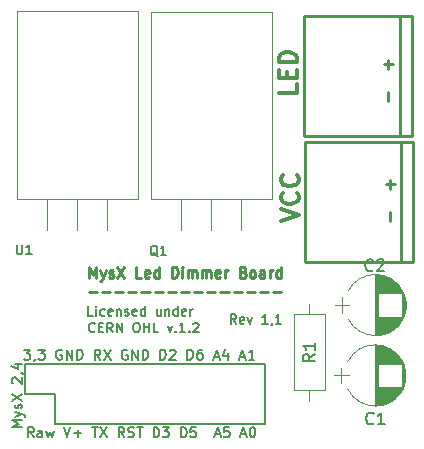
<source format=gbr>
G04 #@! TF.FileFunction,Legend,Top*
%FSLAX46Y46*%
G04 Gerber Fmt 4.6, Leading zero omitted, Abs format (unit mm)*
G04 Created by KiCad (PCBNEW 4.0.4-stable) date 04/11/18 19:40:55*
%MOMM*%
%LPD*%
G01*
G04 APERTURE LIST*
%ADD10C,0.100000*%
%ADD11C,0.200000*%
%ADD12C,0.225000*%
%ADD13C,0.250000*%
%ADD14C,0.300000*%
%ADD15C,0.175000*%
%ADD16C,0.150000*%
%ADD17C,0.120000*%
%ADD18C,0.254000*%
%ADD19C,0.304800*%
G04 APERTURE END LIST*
D10*
D11*
X143852857Y-101691905D02*
X143586190Y-101310952D01*
X143395714Y-101691905D02*
X143395714Y-100891905D01*
X143700476Y-100891905D01*
X143776667Y-100930000D01*
X143814762Y-100968095D01*
X143852857Y-101044286D01*
X143852857Y-101158571D01*
X143814762Y-101234762D01*
X143776667Y-101272857D01*
X143700476Y-101310952D01*
X143395714Y-101310952D01*
X144500476Y-101653810D02*
X144424286Y-101691905D01*
X144271905Y-101691905D01*
X144195714Y-101653810D01*
X144157619Y-101577619D01*
X144157619Y-101272857D01*
X144195714Y-101196667D01*
X144271905Y-101158571D01*
X144424286Y-101158571D01*
X144500476Y-101196667D01*
X144538571Y-101272857D01*
X144538571Y-101349048D01*
X144157619Y-101425238D01*
X144805238Y-101158571D02*
X144995714Y-101691905D01*
X145186190Y-101158571D01*
X146519524Y-101691905D02*
X146062381Y-101691905D01*
X146290952Y-101691905D02*
X146290952Y-100891905D01*
X146214762Y-101006190D01*
X146138571Y-101082381D01*
X146062381Y-101120476D01*
X146900476Y-101653810D02*
X146900476Y-101691905D01*
X146862381Y-101768095D01*
X146824286Y-101806190D01*
X147662381Y-101691905D02*
X147205238Y-101691905D01*
X147433809Y-101691905D02*
X147433809Y-100891905D01*
X147357619Y-101006190D01*
X147281428Y-101082381D01*
X147205238Y-101120476D01*
X131725238Y-100991905D02*
X131344285Y-100991905D01*
X131344285Y-100191905D01*
X131991904Y-100991905D02*
X131991904Y-100458571D01*
X131991904Y-100191905D02*
X131953809Y-100230000D01*
X131991904Y-100268095D01*
X132029999Y-100230000D01*
X131991904Y-100191905D01*
X131991904Y-100268095D01*
X132715713Y-100953810D02*
X132639523Y-100991905D01*
X132487142Y-100991905D01*
X132410951Y-100953810D01*
X132372856Y-100915714D01*
X132334761Y-100839524D01*
X132334761Y-100610952D01*
X132372856Y-100534762D01*
X132410951Y-100496667D01*
X132487142Y-100458571D01*
X132639523Y-100458571D01*
X132715713Y-100496667D01*
X133363332Y-100953810D02*
X133287142Y-100991905D01*
X133134761Y-100991905D01*
X133058570Y-100953810D01*
X133020475Y-100877619D01*
X133020475Y-100572857D01*
X133058570Y-100496667D01*
X133134761Y-100458571D01*
X133287142Y-100458571D01*
X133363332Y-100496667D01*
X133401427Y-100572857D01*
X133401427Y-100649048D01*
X133020475Y-100725238D01*
X133744284Y-100458571D02*
X133744284Y-100991905D01*
X133744284Y-100534762D02*
X133782379Y-100496667D01*
X133858570Y-100458571D01*
X133972856Y-100458571D01*
X134049046Y-100496667D01*
X134087141Y-100572857D01*
X134087141Y-100991905D01*
X134429999Y-100953810D02*
X134506189Y-100991905D01*
X134658570Y-100991905D01*
X134734761Y-100953810D01*
X134772856Y-100877619D01*
X134772856Y-100839524D01*
X134734761Y-100763333D01*
X134658570Y-100725238D01*
X134544285Y-100725238D01*
X134468094Y-100687143D01*
X134429999Y-100610952D01*
X134429999Y-100572857D01*
X134468094Y-100496667D01*
X134544285Y-100458571D01*
X134658570Y-100458571D01*
X134734761Y-100496667D01*
X135420475Y-100953810D02*
X135344285Y-100991905D01*
X135191904Y-100991905D01*
X135115713Y-100953810D01*
X135077618Y-100877619D01*
X135077618Y-100572857D01*
X135115713Y-100496667D01*
X135191904Y-100458571D01*
X135344285Y-100458571D01*
X135420475Y-100496667D01*
X135458570Y-100572857D01*
X135458570Y-100649048D01*
X135077618Y-100725238D01*
X136144284Y-100991905D02*
X136144284Y-100191905D01*
X136144284Y-100953810D02*
X136068094Y-100991905D01*
X135915713Y-100991905D01*
X135839522Y-100953810D01*
X135801427Y-100915714D01*
X135763332Y-100839524D01*
X135763332Y-100610952D01*
X135801427Y-100534762D01*
X135839522Y-100496667D01*
X135915713Y-100458571D01*
X136068094Y-100458571D01*
X136144284Y-100496667D01*
X137477618Y-100458571D02*
X137477618Y-100991905D01*
X137134761Y-100458571D02*
X137134761Y-100877619D01*
X137172856Y-100953810D01*
X137249047Y-100991905D01*
X137363333Y-100991905D01*
X137439523Y-100953810D01*
X137477618Y-100915714D01*
X137858571Y-100458571D02*
X137858571Y-100991905D01*
X137858571Y-100534762D02*
X137896666Y-100496667D01*
X137972857Y-100458571D01*
X138087143Y-100458571D01*
X138163333Y-100496667D01*
X138201428Y-100572857D01*
X138201428Y-100991905D01*
X138925238Y-100991905D02*
X138925238Y-100191905D01*
X138925238Y-100953810D02*
X138849048Y-100991905D01*
X138696667Y-100991905D01*
X138620476Y-100953810D01*
X138582381Y-100915714D01*
X138544286Y-100839524D01*
X138544286Y-100610952D01*
X138582381Y-100534762D01*
X138620476Y-100496667D01*
X138696667Y-100458571D01*
X138849048Y-100458571D01*
X138925238Y-100496667D01*
X139610953Y-100953810D02*
X139534763Y-100991905D01*
X139382382Y-100991905D01*
X139306191Y-100953810D01*
X139268096Y-100877619D01*
X139268096Y-100572857D01*
X139306191Y-100496667D01*
X139382382Y-100458571D01*
X139534763Y-100458571D01*
X139610953Y-100496667D01*
X139649048Y-100572857D01*
X139649048Y-100649048D01*
X139268096Y-100725238D01*
X139991905Y-100991905D02*
X139991905Y-100458571D01*
X139991905Y-100610952D02*
X140030000Y-100534762D01*
X140068096Y-100496667D01*
X140144286Y-100458571D01*
X140220477Y-100458571D01*
X131877619Y-102315714D02*
X131839524Y-102353810D01*
X131725238Y-102391905D01*
X131649048Y-102391905D01*
X131534762Y-102353810D01*
X131458571Y-102277619D01*
X131420476Y-102201429D01*
X131382381Y-102049048D01*
X131382381Y-101934762D01*
X131420476Y-101782381D01*
X131458571Y-101706190D01*
X131534762Y-101630000D01*
X131649048Y-101591905D01*
X131725238Y-101591905D01*
X131839524Y-101630000D01*
X131877619Y-101668095D01*
X132220476Y-101972857D02*
X132487143Y-101972857D01*
X132601429Y-102391905D02*
X132220476Y-102391905D01*
X132220476Y-101591905D01*
X132601429Y-101591905D01*
X133401429Y-102391905D02*
X133134762Y-102010952D01*
X132944286Y-102391905D02*
X132944286Y-101591905D01*
X133249048Y-101591905D01*
X133325239Y-101630000D01*
X133363334Y-101668095D01*
X133401429Y-101744286D01*
X133401429Y-101858571D01*
X133363334Y-101934762D01*
X133325239Y-101972857D01*
X133249048Y-102010952D01*
X132944286Y-102010952D01*
X133744286Y-102391905D02*
X133744286Y-101591905D01*
X134201429Y-102391905D01*
X134201429Y-101591905D01*
X135344286Y-101591905D02*
X135496667Y-101591905D01*
X135572858Y-101630000D01*
X135649048Y-101706190D01*
X135687143Y-101858571D01*
X135687143Y-102125238D01*
X135649048Y-102277619D01*
X135572858Y-102353810D01*
X135496667Y-102391905D01*
X135344286Y-102391905D01*
X135268096Y-102353810D01*
X135191905Y-102277619D01*
X135153810Y-102125238D01*
X135153810Y-101858571D01*
X135191905Y-101706190D01*
X135268096Y-101630000D01*
X135344286Y-101591905D01*
X136030000Y-102391905D02*
X136030000Y-101591905D01*
X136030000Y-101972857D02*
X136487143Y-101972857D01*
X136487143Y-102391905D02*
X136487143Y-101591905D01*
X137249048Y-102391905D02*
X136868095Y-102391905D01*
X136868095Y-101591905D01*
X138049048Y-101858571D02*
X138239524Y-102391905D01*
X138430000Y-101858571D01*
X138734762Y-102315714D02*
X138772857Y-102353810D01*
X138734762Y-102391905D01*
X138696667Y-102353810D01*
X138734762Y-102315714D01*
X138734762Y-102391905D01*
X139534762Y-102391905D02*
X139077619Y-102391905D01*
X139306190Y-102391905D02*
X139306190Y-101591905D01*
X139230000Y-101706190D01*
X139153809Y-101782381D01*
X139077619Y-101820476D01*
X139877619Y-102315714D02*
X139915714Y-102353810D01*
X139877619Y-102391905D01*
X139839524Y-102353810D01*
X139877619Y-102315714D01*
X139877619Y-102391905D01*
X140220476Y-101668095D02*
X140258571Y-101630000D01*
X140334762Y-101591905D01*
X140525238Y-101591905D01*
X140601428Y-101630000D01*
X140639524Y-101668095D01*
X140677619Y-101744286D01*
X140677619Y-101820476D01*
X140639524Y-101934762D01*
X140182381Y-102391905D01*
X140677619Y-102391905D01*
D12*
X131430001Y-97779643D02*
X131430001Y-96879643D01*
X131730001Y-97522500D01*
X132030001Y-96879643D01*
X132030001Y-97779643D01*
X132372857Y-97179643D02*
X132587143Y-97779643D01*
X132801429Y-97179643D02*
X132587143Y-97779643D01*
X132501429Y-97993929D01*
X132458572Y-98036786D01*
X132372857Y-98079643D01*
X133101429Y-97736786D02*
X133187143Y-97779643D01*
X133358571Y-97779643D01*
X133444286Y-97736786D01*
X133487143Y-97651071D01*
X133487143Y-97608214D01*
X133444286Y-97522500D01*
X133358571Y-97479643D01*
X133230000Y-97479643D01*
X133144286Y-97436786D01*
X133101429Y-97351071D01*
X133101429Y-97308214D01*
X133144286Y-97222500D01*
X133230000Y-97179643D01*
X133358571Y-97179643D01*
X133444286Y-97222500D01*
X133787142Y-96879643D02*
X134387142Y-97779643D01*
X134387142Y-96879643D02*
X133787142Y-97779643D01*
X135844285Y-97779643D02*
X135415714Y-97779643D01*
X135415714Y-96879643D01*
X136487142Y-97736786D02*
X136401428Y-97779643D01*
X136229999Y-97779643D01*
X136144285Y-97736786D01*
X136101428Y-97651071D01*
X136101428Y-97308214D01*
X136144285Y-97222500D01*
X136229999Y-97179643D01*
X136401428Y-97179643D01*
X136487142Y-97222500D01*
X136529999Y-97308214D01*
X136529999Y-97393929D01*
X136101428Y-97479643D01*
X137301428Y-97779643D02*
X137301428Y-96879643D01*
X137301428Y-97736786D02*
X137215714Y-97779643D01*
X137044285Y-97779643D01*
X136958571Y-97736786D01*
X136915714Y-97693929D01*
X136872857Y-97608214D01*
X136872857Y-97351071D01*
X136915714Y-97265357D01*
X136958571Y-97222500D01*
X137044285Y-97179643D01*
X137215714Y-97179643D01*
X137301428Y-97222500D01*
X138415714Y-97779643D02*
X138415714Y-96879643D01*
X138629999Y-96879643D01*
X138758571Y-96922500D01*
X138844285Y-97008214D01*
X138887142Y-97093929D01*
X138929999Y-97265357D01*
X138929999Y-97393929D01*
X138887142Y-97565357D01*
X138844285Y-97651071D01*
X138758571Y-97736786D01*
X138629999Y-97779643D01*
X138415714Y-97779643D01*
X139315714Y-97779643D02*
X139315714Y-97179643D01*
X139315714Y-96879643D02*
X139272857Y-96922500D01*
X139315714Y-96965357D01*
X139358571Y-96922500D01*
X139315714Y-96879643D01*
X139315714Y-96965357D01*
X139744285Y-97779643D02*
X139744285Y-97179643D01*
X139744285Y-97265357D02*
X139787142Y-97222500D01*
X139872856Y-97179643D01*
X140001428Y-97179643D01*
X140087142Y-97222500D01*
X140129999Y-97308214D01*
X140129999Y-97779643D01*
X140129999Y-97308214D02*
X140172856Y-97222500D01*
X140258570Y-97179643D01*
X140387142Y-97179643D01*
X140472856Y-97222500D01*
X140515713Y-97308214D01*
X140515713Y-97779643D01*
X140944285Y-97779643D02*
X140944285Y-97179643D01*
X140944285Y-97265357D02*
X140987142Y-97222500D01*
X141072856Y-97179643D01*
X141201428Y-97179643D01*
X141287142Y-97222500D01*
X141329999Y-97308214D01*
X141329999Y-97779643D01*
X141329999Y-97308214D02*
X141372856Y-97222500D01*
X141458570Y-97179643D01*
X141587142Y-97179643D01*
X141672856Y-97222500D01*
X141715713Y-97308214D01*
X141715713Y-97779643D01*
X142487142Y-97736786D02*
X142401428Y-97779643D01*
X142229999Y-97779643D01*
X142144285Y-97736786D01*
X142101428Y-97651071D01*
X142101428Y-97308214D01*
X142144285Y-97222500D01*
X142229999Y-97179643D01*
X142401428Y-97179643D01*
X142487142Y-97222500D01*
X142529999Y-97308214D01*
X142529999Y-97393929D01*
X142101428Y-97479643D01*
X142915714Y-97779643D02*
X142915714Y-97179643D01*
X142915714Y-97351071D02*
X142958571Y-97265357D01*
X143001428Y-97222500D01*
X143087142Y-97179643D01*
X143172857Y-97179643D01*
X144458571Y-97308214D02*
X144587142Y-97351071D01*
X144629999Y-97393929D01*
X144672856Y-97479643D01*
X144672856Y-97608214D01*
X144629999Y-97693929D01*
X144587142Y-97736786D01*
X144501428Y-97779643D01*
X144158571Y-97779643D01*
X144158571Y-96879643D01*
X144458571Y-96879643D01*
X144544285Y-96922500D01*
X144587142Y-96965357D01*
X144629999Y-97051071D01*
X144629999Y-97136786D01*
X144587142Y-97222500D01*
X144544285Y-97265357D01*
X144458571Y-97308214D01*
X144158571Y-97308214D01*
X145187142Y-97779643D02*
X145101428Y-97736786D01*
X145058571Y-97693929D01*
X145015714Y-97608214D01*
X145015714Y-97351071D01*
X145058571Y-97265357D01*
X145101428Y-97222500D01*
X145187142Y-97179643D01*
X145315714Y-97179643D01*
X145401428Y-97222500D01*
X145444285Y-97265357D01*
X145487142Y-97351071D01*
X145487142Y-97608214D01*
X145444285Y-97693929D01*
X145401428Y-97736786D01*
X145315714Y-97779643D01*
X145187142Y-97779643D01*
X146258571Y-97779643D02*
X146258571Y-97308214D01*
X146215714Y-97222500D01*
X146130000Y-97179643D01*
X145958571Y-97179643D01*
X145872857Y-97222500D01*
X146258571Y-97736786D02*
X146172857Y-97779643D01*
X145958571Y-97779643D01*
X145872857Y-97736786D01*
X145830000Y-97651071D01*
X145830000Y-97565357D01*
X145872857Y-97479643D01*
X145958571Y-97436786D01*
X146172857Y-97436786D01*
X146258571Y-97393929D01*
X146687143Y-97779643D02*
X146687143Y-97179643D01*
X146687143Y-97351071D02*
X146730000Y-97265357D01*
X146772857Y-97222500D01*
X146858571Y-97179643D01*
X146944286Y-97179643D01*
X147630000Y-97779643D02*
X147630000Y-96879643D01*
X147630000Y-97736786D02*
X147544286Y-97779643D01*
X147372857Y-97779643D01*
X147287143Y-97736786D01*
X147244286Y-97693929D01*
X147201429Y-97608214D01*
X147201429Y-97351071D01*
X147244286Y-97265357D01*
X147287143Y-97222500D01*
X147372857Y-97179643D01*
X147544286Y-97179643D01*
X147630000Y-97222500D01*
X131387141Y-99011786D02*
X132072855Y-99011786D01*
X132501427Y-99011786D02*
X133187141Y-99011786D01*
X133615713Y-99011786D02*
X134301427Y-99011786D01*
X134729999Y-99011786D02*
X135415713Y-99011786D01*
X135844285Y-99011786D02*
X136529999Y-99011786D01*
X136958571Y-99011786D02*
X137644285Y-99011786D01*
X138072857Y-99011786D02*
X138758571Y-99011786D01*
X139187143Y-99011786D02*
X139872857Y-99011786D01*
X140301429Y-99011786D02*
X140987143Y-99011786D01*
X141415715Y-99011786D02*
X142101429Y-99011786D01*
X142530001Y-99011786D02*
X143215715Y-99011786D01*
X143644287Y-99011786D02*
X144330001Y-99011786D01*
X144758573Y-99011786D02*
X145444287Y-99011786D01*
X145872859Y-99011786D02*
X146558573Y-99011786D01*
X146987145Y-99011786D02*
X147672859Y-99011786D01*
D13*
X156731429Y-82841905D02*
X156731429Y-82080000D01*
X156731429Y-80080000D02*
X156731429Y-79318095D01*
X157112381Y-79699047D02*
X156350476Y-79699047D01*
X156898571Y-89478095D02*
X156898571Y-90240000D01*
X156517619Y-89859048D02*
X157279524Y-89859048D01*
X156898571Y-92240000D02*
X156898571Y-93001905D01*
D14*
X148978571Y-81404285D02*
X148978571Y-82118571D01*
X147478571Y-82118571D01*
X148192857Y-80904285D02*
X148192857Y-80404285D01*
X148978571Y-80189999D02*
X148978571Y-80904285D01*
X147478571Y-80904285D01*
X147478571Y-80189999D01*
X148978571Y-79547142D02*
X147478571Y-79547142D01*
X147478571Y-79189999D01*
X147550000Y-78975714D01*
X147692857Y-78832856D01*
X147835714Y-78761428D01*
X148121429Y-78689999D01*
X148335714Y-78689999D01*
X148621429Y-78761428D01*
X148764286Y-78832856D01*
X148907143Y-78975714D01*
X148978571Y-79189999D01*
X148978571Y-79547142D01*
X147648571Y-92970000D02*
X149148571Y-92470000D01*
X147648571Y-91970000D01*
X149005714Y-90612857D02*
X149077143Y-90684286D01*
X149148571Y-90898572D01*
X149148571Y-91041429D01*
X149077143Y-91255714D01*
X148934286Y-91398572D01*
X148791429Y-91470000D01*
X148505714Y-91541429D01*
X148291429Y-91541429D01*
X148005714Y-91470000D01*
X147862857Y-91398572D01*
X147720000Y-91255714D01*
X147648571Y-91041429D01*
X147648571Y-90898572D01*
X147720000Y-90684286D01*
X147791429Y-90612857D01*
X149005714Y-89112857D02*
X149077143Y-89184286D01*
X149148571Y-89398572D01*
X149148571Y-89541429D01*
X149077143Y-89755714D01*
X148934286Y-89898572D01*
X148791429Y-89970000D01*
X148505714Y-90041429D01*
X148291429Y-90041429D01*
X148005714Y-89970000D01*
X147862857Y-89898572D01*
X147720000Y-89755714D01*
X147648571Y-89541429D01*
X147648571Y-89398572D01*
X147720000Y-89184286D01*
X147791429Y-89112857D01*
D11*
X125713204Y-110438467D02*
X124863204Y-110438467D01*
X125470347Y-110155134D01*
X124863204Y-109871800D01*
X125713204Y-109871800D01*
X125146537Y-109547990D02*
X125713204Y-109345609D01*
X125146537Y-109143229D02*
X125713204Y-109345609D01*
X125915585Y-109426562D01*
X125956061Y-109467038D01*
X125996537Y-109547990D01*
X125672728Y-108859895D02*
X125713204Y-108778943D01*
X125713204Y-108617038D01*
X125672728Y-108536086D01*
X125591775Y-108495610D01*
X125551299Y-108495610D01*
X125470347Y-108536086D01*
X125429870Y-108617038D01*
X125429870Y-108738467D01*
X125389394Y-108819419D01*
X125308442Y-108859895D01*
X125267966Y-108859895D01*
X125187013Y-108819419D01*
X125146537Y-108738467D01*
X125146537Y-108617038D01*
X125187013Y-108536086D01*
X124863204Y-108212276D02*
X125713204Y-107645610D01*
X124863204Y-107645610D02*
X125713204Y-108212276D01*
X124944156Y-106714657D02*
X124903680Y-106674181D01*
X124863204Y-106593229D01*
X124863204Y-106390848D01*
X124903680Y-106309895D01*
X124944156Y-106269419D01*
X125025109Y-106228943D01*
X125106061Y-106228943D01*
X125227490Y-106269419D01*
X125713204Y-106755133D01*
X125713204Y-106228943D01*
X125672728Y-105824181D02*
X125713204Y-105824181D01*
X125794156Y-105864657D01*
X125834632Y-105905133D01*
X125146537Y-105095609D02*
X125713204Y-105095609D01*
X124822728Y-105297990D02*
X125429870Y-105500371D01*
X125429870Y-104974181D01*
X125896561Y-103877724D02*
X126422751Y-103877724D01*
X126139418Y-104201533D01*
X126260846Y-104201533D01*
X126341799Y-104242010D01*
X126382275Y-104282486D01*
X126422751Y-104363438D01*
X126422751Y-104565819D01*
X126382275Y-104646771D01*
X126341799Y-104687248D01*
X126260846Y-104727724D01*
X126017989Y-104727724D01*
X125937037Y-104687248D01*
X125896561Y-104646771D01*
X126827513Y-104687248D02*
X126827513Y-104727724D01*
X126787037Y-104808676D01*
X126746561Y-104849152D01*
X127110847Y-103877724D02*
X127637037Y-103877724D01*
X127353704Y-104201533D01*
X127475132Y-104201533D01*
X127556085Y-104242010D01*
X127596561Y-104282486D01*
X127637037Y-104363438D01*
X127637037Y-104565819D01*
X127596561Y-104646771D01*
X127556085Y-104687248D01*
X127475132Y-104727724D01*
X127232275Y-104727724D01*
X127151323Y-104687248D01*
X127110847Y-104646771D01*
X129094180Y-103918200D02*
X129013228Y-103877724D01*
X128891799Y-103877724D01*
X128770371Y-103918200D01*
X128689418Y-103999152D01*
X128648942Y-104080105D01*
X128608466Y-104242010D01*
X128608466Y-104363438D01*
X128648942Y-104525343D01*
X128689418Y-104606295D01*
X128770371Y-104687248D01*
X128891799Y-104727724D01*
X128972751Y-104727724D01*
X129094180Y-104687248D01*
X129134656Y-104646771D01*
X129134656Y-104363438D01*
X128972751Y-104363438D01*
X129498942Y-104727724D02*
X129498942Y-103877724D01*
X129984656Y-104727724D01*
X129984656Y-103877724D01*
X130389418Y-104727724D02*
X130389418Y-103877724D01*
X130591799Y-103877724D01*
X130713227Y-103918200D01*
X130794180Y-103999152D01*
X130834656Y-104080105D01*
X130875132Y-104242010D01*
X130875132Y-104363438D01*
X130834656Y-104525343D01*
X130794180Y-104606295D01*
X130713227Y-104687248D01*
X130591799Y-104727724D01*
X130389418Y-104727724D01*
X132372751Y-104727724D02*
X132089418Y-104322962D01*
X131887037Y-104727724D02*
X131887037Y-103877724D01*
X132210846Y-103877724D01*
X132291799Y-103918200D01*
X132332275Y-103958676D01*
X132372751Y-104039629D01*
X132372751Y-104161057D01*
X132332275Y-104242010D01*
X132291799Y-104282486D01*
X132210846Y-104322962D01*
X131887037Y-104322962D01*
X132656085Y-103877724D02*
X133222751Y-104727724D01*
X133222751Y-103877724D02*
X132656085Y-104727724D01*
X134639418Y-103918200D02*
X134558466Y-103877724D01*
X134437037Y-103877724D01*
X134315609Y-103918200D01*
X134234656Y-103999152D01*
X134194180Y-104080105D01*
X134153704Y-104242010D01*
X134153704Y-104363438D01*
X134194180Y-104525343D01*
X134234656Y-104606295D01*
X134315609Y-104687248D01*
X134437037Y-104727724D01*
X134517989Y-104727724D01*
X134639418Y-104687248D01*
X134679894Y-104646771D01*
X134679894Y-104363438D01*
X134517989Y-104363438D01*
X135044180Y-104727724D02*
X135044180Y-103877724D01*
X135529894Y-104727724D01*
X135529894Y-103877724D01*
X135934656Y-104727724D02*
X135934656Y-103877724D01*
X136137037Y-103877724D01*
X136258465Y-103918200D01*
X136339418Y-103999152D01*
X136379894Y-104080105D01*
X136420370Y-104242010D01*
X136420370Y-104363438D01*
X136379894Y-104525343D01*
X136339418Y-104606295D01*
X136258465Y-104687248D01*
X136137037Y-104727724D01*
X135934656Y-104727724D01*
X137432275Y-104727724D02*
X137432275Y-103877724D01*
X137634656Y-103877724D01*
X137756084Y-103918200D01*
X137837037Y-103999152D01*
X137877513Y-104080105D01*
X137917989Y-104242010D01*
X137917989Y-104363438D01*
X137877513Y-104525343D01*
X137837037Y-104606295D01*
X137756084Y-104687248D01*
X137634656Y-104727724D01*
X137432275Y-104727724D01*
X138241799Y-103958676D02*
X138282275Y-103918200D01*
X138363227Y-103877724D01*
X138565608Y-103877724D01*
X138646561Y-103918200D01*
X138687037Y-103958676D01*
X138727513Y-104039629D01*
X138727513Y-104120581D01*
X138687037Y-104242010D01*
X138201323Y-104727724D01*
X138727513Y-104727724D01*
X139739418Y-104727724D02*
X139739418Y-103877724D01*
X139941799Y-103877724D01*
X140063227Y-103918200D01*
X140144180Y-103999152D01*
X140184656Y-104080105D01*
X140225132Y-104242010D01*
X140225132Y-104363438D01*
X140184656Y-104525343D01*
X140144180Y-104606295D01*
X140063227Y-104687248D01*
X139941799Y-104727724D01*
X139739418Y-104727724D01*
X140953704Y-103877724D02*
X140791799Y-103877724D01*
X140710847Y-103918200D01*
X140670370Y-103958676D01*
X140589418Y-104080105D01*
X140548942Y-104242010D01*
X140548942Y-104565819D01*
X140589418Y-104646771D01*
X140629894Y-104687248D01*
X140710847Y-104727724D01*
X140872751Y-104727724D01*
X140953704Y-104687248D01*
X140994180Y-104646771D01*
X141034656Y-104565819D01*
X141034656Y-104363438D01*
X140994180Y-104282486D01*
X140953704Y-104242010D01*
X140872751Y-104201533D01*
X140710847Y-104201533D01*
X140629894Y-104242010D01*
X140589418Y-104282486D01*
X140548942Y-104363438D01*
X142006085Y-104484867D02*
X142410847Y-104484867D01*
X141925132Y-104727724D02*
X142208466Y-103877724D01*
X142491799Y-104727724D01*
X143139418Y-104161057D02*
X143139418Y-104727724D01*
X142937037Y-103837248D02*
X142734656Y-104444390D01*
X143260846Y-104444390D01*
X144191799Y-104484867D02*
X144596561Y-104484867D01*
X144110846Y-104727724D02*
X144394180Y-103877724D01*
X144677513Y-104727724D01*
X145406084Y-104727724D02*
X144920370Y-104727724D01*
X145163227Y-104727724D02*
X145163227Y-103877724D01*
X145082275Y-103999152D01*
X145001322Y-104080105D01*
X144920370Y-104120581D01*
D15*
X126706739Y-111298704D02*
X126423406Y-110893942D01*
X126221025Y-111298704D02*
X126221025Y-110448704D01*
X126544834Y-110448704D01*
X126625787Y-110489180D01*
X126666263Y-110529656D01*
X126706739Y-110610609D01*
X126706739Y-110732037D01*
X126666263Y-110812990D01*
X126625787Y-110853466D01*
X126544834Y-110893942D01*
X126221025Y-110893942D01*
X127435311Y-111298704D02*
X127435311Y-110853466D01*
X127394834Y-110772513D01*
X127313882Y-110732037D01*
X127151977Y-110732037D01*
X127071025Y-110772513D01*
X127435311Y-111258228D02*
X127354358Y-111298704D01*
X127151977Y-111298704D01*
X127071025Y-111258228D01*
X127030549Y-111177275D01*
X127030549Y-111096323D01*
X127071025Y-111015370D01*
X127151977Y-110974894D01*
X127354358Y-110974894D01*
X127435311Y-110934418D01*
X127759121Y-110732037D02*
X127921025Y-111298704D01*
X128082930Y-110893942D01*
X128244835Y-111298704D01*
X128406740Y-110732037D01*
X129256739Y-110448704D02*
X129540073Y-111298704D01*
X129823406Y-110448704D01*
X130106739Y-110974894D02*
X130754358Y-110974894D01*
X130430548Y-111298704D02*
X130430548Y-110651085D01*
X131685310Y-110448704D02*
X132171025Y-110448704D01*
X131928168Y-111298704D02*
X131928168Y-110448704D01*
X132373406Y-110448704D02*
X132940072Y-111298704D01*
X132940072Y-110448704D02*
X132373406Y-111298704D01*
X134397215Y-111298704D02*
X134113882Y-110893942D01*
X133911501Y-111298704D02*
X133911501Y-110448704D01*
X134235310Y-110448704D01*
X134316263Y-110489180D01*
X134356739Y-110529656D01*
X134397215Y-110610609D01*
X134397215Y-110732037D01*
X134356739Y-110812990D01*
X134316263Y-110853466D01*
X134235310Y-110893942D01*
X133911501Y-110893942D01*
X134721025Y-111258228D02*
X134842453Y-111298704D01*
X135044834Y-111298704D01*
X135125787Y-111258228D01*
X135166263Y-111217751D01*
X135206739Y-111136799D01*
X135206739Y-111055847D01*
X135166263Y-110974894D01*
X135125787Y-110934418D01*
X135044834Y-110893942D01*
X134882930Y-110853466D01*
X134801977Y-110812990D01*
X134761501Y-110772513D01*
X134721025Y-110691561D01*
X134721025Y-110610609D01*
X134761501Y-110529656D01*
X134801977Y-110489180D01*
X134882930Y-110448704D01*
X135085310Y-110448704D01*
X135206739Y-110489180D01*
X135449596Y-110448704D02*
X135935311Y-110448704D01*
X135692454Y-111298704D02*
X135692454Y-110448704D01*
X136866263Y-111298704D02*
X136866263Y-110448704D01*
X137068644Y-110448704D01*
X137190072Y-110489180D01*
X137271025Y-110570132D01*
X137311501Y-110651085D01*
X137351977Y-110812990D01*
X137351977Y-110934418D01*
X137311501Y-111096323D01*
X137271025Y-111177275D01*
X137190072Y-111258228D01*
X137068644Y-111298704D01*
X136866263Y-111298704D01*
X137635311Y-110448704D02*
X138161501Y-110448704D01*
X137878168Y-110772513D01*
X137999596Y-110772513D01*
X138080549Y-110812990D01*
X138121025Y-110853466D01*
X138161501Y-110934418D01*
X138161501Y-111136799D01*
X138121025Y-111217751D01*
X138080549Y-111258228D01*
X137999596Y-111298704D01*
X137756739Y-111298704D01*
X137675787Y-111258228D01*
X137635311Y-111217751D01*
X139173406Y-111298704D02*
X139173406Y-110448704D01*
X139375787Y-110448704D01*
X139497215Y-110489180D01*
X139578168Y-110570132D01*
X139618644Y-110651085D01*
X139659120Y-110812990D01*
X139659120Y-110934418D01*
X139618644Y-111096323D01*
X139578168Y-111177275D01*
X139497215Y-111258228D01*
X139375787Y-111298704D01*
X139173406Y-111298704D01*
X140428168Y-110448704D02*
X140023406Y-110448704D01*
X139982930Y-110853466D01*
X140023406Y-110812990D01*
X140104358Y-110772513D01*
X140306739Y-110772513D01*
X140387692Y-110812990D01*
X140428168Y-110853466D01*
X140468644Y-110934418D01*
X140468644Y-111136799D01*
X140428168Y-111217751D01*
X140387692Y-111258228D01*
X140306739Y-111298704D01*
X140104358Y-111298704D01*
X140023406Y-111258228D01*
X139982930Y-111217751D01*
X142087692Y-111055847D02*
X142492454Y-111055847D01*
X142006739Y-111298704D02*
X142290073Y-110448704D01*
X142573406Y-111298704D01*
X143261501Y-110448704D02*
X142856739Y-110448704D01*
X142816263Y-110853466D01*
X142856739Y-110812990D01*
X142937691Y-110772513D01*
X143140072Y-110772513D01*
X143221025Y-110812990D01*
X143261501Y-110853466D01*
X143301977Y-110934418D01*
X143301977Y-111136799D01*
X143261501Y-111217751D01*
X143221025Y-111258228D01*
X143140072Y-111298704D01*
X142937691Y-111298704D01*
X142856739Y-111258228D01*
X142816263Y-111217751D01*
X144273406Y-111055847D02*
X144678168Y-111055847D01*
X144192453Y-111298704D02*
X144475787Y-110448704D01*
X144759120Y-111298704D01*
X145204358Y-110448704D02*
X145285310Y-110448704D01*
X145366262Y-110489180D01*
X145406739Y-110529656D01*
X145447215Y-110610609D01*
X145487691Y-110772513D01*
X145487691Y-110974894D01*
X145447215Y-111136799D01*
X145406739Y-111217751D01*
X145366262Y-111258228D01*
X145285310Y-111298704D01*
X145204358Y-111298704D01*
X145123405Y-111258228D01*
X145082929Y-111217751D01*
X145042453Y-111136799D01*
X145001977Y-110974894D01*
X145001977Y-110772513D01*
X145042453Y-110610609D01*
X145082929Y-110529656D01*
X145123405Y-110489180D01*
X145204358Y-110448704D01*
D16*
X128524000Y-110185200D02*
X146304000Y-110185200D01*
X146304000Y-110185200D02*
X146304000Y-105105200D01*
X146304000Y-105105200D02*
X125984000Y-105105200D01*
X125984000Y-105105200D02*
X125984000Y-107645200D01*
X125984000Y-107645200D02*
X128524000Y-107645200D01*
X128524000Y-107645200D02*
X128524000Y-110185200D01*
D17*
X157935722Y-104880277D02*
G75*
G03X153324420Y-104880000I-2305722J-1179723D01*
G01*
X157935722Y-107239723D02*
G75*
G02X153324420Y-107240000I-2305722J1179723D01*
G01*
X157935722Y-107239723D02*
G75*
G03X157935580Y-104880000I-2305722J1179723D01*
G01*
X155630000Y-103510000D02*
X155630000Y-108610000D01*
X155670000Y-103510000D02*
X155670000Y-108610000D01*
X155710000Y-103511000D02*
X155710000Y-108609000D01*
X155750000Y-103512000D02*
X155750000Y-108608000D01*
X155790000Y-103514000D02*
X155790000Y-108606000D01*
X155830000Y-103517000D02*
X155830000Y-108603000D01*
X155870000Y-103521000D02*
X155870000Y-108599000D01*
X155910000Y-103525000D02*
X155910000Y-105080000D01*
X155910000Y-107040000D02*
X155910000Y-108595000D01*
X155950000Y-103529000D02*
X155950000Y-105080000D01*
X155950000Y-107040000D02*
X155950000Y-108591000D01*
X155990000Y-103535000D02*
X155990000Y-105080000D01*
X155990000Y-107040000D02*
X155990000Y-108585000D01*
X156030000Y-103541000D02*
X156030000Y-105080000D01*
X156030000Y-107040000D02*
X156030000Y-108579000D01*
X156070000Y-103547000D02*
X156070000Y-105080000D01*
X156070000Y-107040000D02*
X156070000Y-108573000D01*
X156110000Y-103554000D02*
X156110000Y-105080000D01*
X156110000Y-107040000D02*
X156110000Y-108566000D01*
X156150000Y-103562000D02*
X156150000Y-105080000D01*
X156150000Y-107040000D02*
X156150000Y-108558000D01*
X156190000Y-103571000D02*
X156190000Y-105080000D01*
X156190000Y-107040000D02*
X156190000Y-108549000D01*
X156230000Y-103580000D02*
X156230000Y-105080000D01*
X156230000Y-107040000D02*
X156230000Y-108540000D01*
X156270000Y-103590000D02*
X156270000Y-105080000D01*
X156270000Y-107040000D02*
X156270000Y-108530000D01*
X156310000Y-103600000D02*
X156310000Y-105080000D01*
X156310000Y-107040000D02*
X156310000Y-108520000D01*
X156351000Y-103612000D02*
X156351000Y-105080000D01*
X156351000Y-107040000D02*
X156351000Y-108508000D01*
X156391000Y-103624000D02*
X156391000Y-105080000D01*
X156391000Y-107040000D02*
X156391000Y-108496000D01*
X156431000Y-103636000D02*
X156431000Y-105080000D01*
X156431000Y-107040000D02*
X156431000Y-108484000D01*
X156471000Y-103650000D02*
X156471000Y-105080000D01*
X156471000Y-107040000D02*
X156471000Y-108470000D01*
X156511000Y-103664000D02*
X156511000Y-105080000D01*
X156511000Y-107040000D02*
X156511000Y-108456000D01*
X156551000Y-103678000D02*
X156551000Y-105080000D01*
X156551000Y-107040000D02*
X156551000Y-108442000D01*
X156591000Y-103694000D02*
X156591000Y-105080000D01*
X156591000Y-107040000D02*
X156591000Y-108426000D01*
X156631000Y-103710000D02*
X156631000Y-105080000D01*
X156631000Y-107040000D02*
X156631000Y-108410000D01*
X156671000Y-103727000D02*
X156671000Y-105080000D01*
X156671000Y-107040000D02*
X156671000Y-108393000D01*
X156711000Y-103745000D02*
X156711000Y-105080000D01*
X156711000Y-107040000D02*
X156711000Y-108375000D01*
X156751000Y-103764000D02*
X156751000Y-105080000D01*
X156751000Y-107040000D02*
X156751000Y-108356000D01*
X156791000Y-103784000D02*
X156791000Y-105080000D01*
X156791000Y-107040000D02*
X156791000Y-108336000D01*
X156831000Y-103804000D02*
X156831000Y-105080000D01*
X156831000Y-107040000D02*
X156831000Y-108316000D01*
X156871000Y-103826000D02*
X156871000Y-105080000D01*
X156871000Y-107040000D02*
X156871000Y-108294000D01*
X156911000Y-103848000D02*
X156911000Y-105080000D01*
X156911000Y-107040000D02*
X156911000Y-108272000D01*
X156951000Y-103871000D02*
X156951000Y-105080000D01*
X156951000Y-107040000D02*
X156951000Y-108249000D01*
X156991000Y-103895000D02*
X156991000Y-105080000D01*
X156991000Y-107040000D02*
X156991000Y-108225000D01*
X157031000Y-103920000D02*
X157031000Y-105080000D01*
X157031000Y-107040000D02*
X157031000Y-108200000D01*
X157071000Y-103947000D02*
X157071000Y-105080000D01*
X157071000Y-107040000D02*
X157071000Y-108173000D01*
X157111000Y-103974000D02*
X157111000Y-105080000D01*
X157111000Y-107040000D02*
X157111000Y-108146000D01*
X157151000Y-104002000D02*
X157151000Y-105080000D01*
X157151000Y-107040000D02*
X157151000Y-108118000D01*
X157191000Y-104032000D02*
X157191000Y-105080000D01*
X157191000Y-107040000D02*
X157191000Y-108088000D01*
X157231000Y-104063000D02*
X157231000Y-105080000D01*
X157231000Y-107040000D02*
X157231000Y-108057000D01*
X157271000Y-104095000D02*
X157271000Y-105080000D01*
X157271000Y-107040000D02*
X157271000Y-108025000D01*
X157311000Y-104128000D02*
X157311000Y-105080000D01*
X157311000Y-107040000D02*
X157311000Y-107992000D01*
X157351000Y-104163000D02*
X157351000Y-105080000D01*
X157351000Y-107040000D02*
X157351000Y-107957000D01*
X157391000Y-104199000D02*
X157391000Y-105080000D01*
X157391000Y-107040000D02*
X157391000Y-107921000D01*
X157431000Y-104237000D02*
X157431000Y-105080000D01*
X157431000Y-107040000D02*
X157431000Y-107883000D01*
X157471000Y-104277000D02*
X157471000Y-105080000D01*
X157471000Y-107040000D02*
X157471000Y-107843000D01*
X157511000Y-104318000D02*
X157511000Y-105080000D01*
X157511000Y-107040000D02*
X157511000Y-107802000D01*
X157551000Y-104361000D02*
X157551000Y-105080000D01*
X157551000Y-107040000D02*
X157551000Y-107759000D01*
X157591000Y-104406000D02*
X157591000Y-105080000D01*
X157591000Y-107040000D02*
X157591000Y-107714000D01*
X157631000Y-104454000D02*
X157631000Y-105080000D01*
X157631000Y-107040000D02*
X157631000Y-107666000D01*
X157671000Y-104504000D02*
X157671000Y-105080000D01*
X157671000Y-107040000D02*
X157671000Y-107616000D01*
X157711000Y-104556000D02*
X157711000Y-105080000D01*
X157711000Y-107040000D02*
X157711000Y-107564000D01*
X157751000Y-104612000D02*
X157751000Y-105080000D01*
X157751000Y-107040000D02*
X157751000Y-107508000D01*
X157791000Y-104670000D02*
X157791000Y-105080000D01*
X157791000Y-107040000D02*
X157791000Y-107450000D01*
X157831000Y-104733000D02*
X157831000Y-105080000D01*
X157831000Y-107040000D02*
X157831000Y-107387000D01*
X157871000Y-104799000D02*
X157871000Y-107321000D01*
X157911000Y-104871000D02*
X157911000Y-107249000D01*
X157951000Y-104948000D02*
X157951000Y-107172000D01*
X157991000Y-105032000D02*
X157991000Y-107088000D01*
X158031000Y-105126000D02*
X158031000Y-106994000D01*
X158071000Y-105231000D02*
X158071000Y-106889000D01*
X158111000Y-105353000D02*
X158111000Y-106767000D01*
X158151000Y-105501000D02*
X158151000Y-106619000D01*
X158191000Y-105706000D02*
X158191000Y-106414000D01*
X152180000Y-106060000D02*
X153380000Y-106060000D01*
X152780000Y-105410000D02*
X152780000Y-106710000D01*
X157955722Y-98920277D02*
G75*
G03X153344420Y-98920000I-2305722J-1179723D01*
G01*
X157955722Y-101279723D02*
G75*
G02X153344420Y-101280000I-2305722J1179723D01*
G01*
X157955722Y-101279723D02*
G75*
G03X157955580Y-98920000I-2305722J1179723D01*
G01*
X155650000Y-97550000D02*
X155650000Y-102650000D01*
X155690000Y-97550000D02*
X155690000Y-102650000D01*
X155730000Y-97551000D02*
X155730000Y-102649000D01*
X155770000Y-97552000D02*
X155770000Y-102648000D01*
X155810000Y-97554000D02*
X155810000Y-102646000D01*
X155850000Y-97557000D02*
X155850000Y-102643000D01*
X155890000Y-97561000D02*
X155890000Y-102639000D01*
X155930000Y-97565000D02*
X155930000Y-99120000D01*
X155930000Y-101080000D02*
X155930000Y-102635000D01*
X155970000Y-97569000D02*
X155970000Y-99120000D01*
X155970000Y-101080000D02*
X155970000Y-102631000D01*
X156010000Y-97575000D02*
X156010000Y-99120000D01*
X156010000Y-101080000D02*
X156010000Y-102625000D01*
X156050000Y-97581000D02*
X156050000Y-99120000D01*
X156050000Y-101080000D02*
X156050000Y-102619000D01*
X156090000Y-97587000D02*
X156090000Y-99120000D01*
X156090000Y-101080000D02*
X156090000Y-102613000D01*
X156130000Y-97594000D02*
X156130000Y-99120000D01*
X156130000Y-101080000D02*
X156130000Y-102606000D01*
X156170000Y-97602000D02*
X156170000Y-99120000D01*
X156170000Y-101080000D02*
X156170000Y-102598000D01*
X156210000Y-97611000D02*
X156210000Y-99120000D01*
X156210000Y-101080000D02*
X156210000Y-102589000D01*
X156250000Y-97620000D02*
X156250000Y-99120000D01*
X156250000Y-101080000D02*
X156250000Y-102580000D01*
X156290000Y-97630000D02*
X156290000Y-99120000D01*
X156290000Y-101080000D02*
X156290000Y-102570000D01*
X156330000Y-97640000D02*
X156330000Y-99120000D01*
X156330000Y-101080000D02*
X156330000Y-102560000D01*
X156371000Y-97652000D02*
X156371000Y-99120000D01*
X156371000Y-101080000D02*
X156371000Y-102548000D01*
X156411000Y-97664000D02*
X156411000Y-99120000D01*
X156411000Y-101080000D02*
X156411000Y-102536000D01*
X156451000Y-97676000D02*
X156451000Y-99120000D01*
X156451000Y-101080000D02*
X156451000Y-102524000D01*
X156491000Y-97690000D02*
X156491000Y-99120000D01*
X156491000Y-101080000D02*
X156491000Y-102510000D01*
X156531000Y-97704000D02*
X156531000Y-99120000D01*
X156531000Y-101080000D02*
X156531000Y-102496000D01*
X156571000Y-97718000D02*
X156571000Y-99120000D01*
X156571000Y-101080000D02*
X156571000Y-102482000D01*
X156611000Y-97734000D02*
X156611000Y-99120000D01*
X156611000Y-101080000D02*
X156611000Y-102466000D01*
X156651000Y-97750000D02*
X156651000Y-99120000D01*
X156651000Y-101080000D02*
X156651000Y-102450000D01*
X156691000Y-97767000D02*
X156691000Y-99120000D01*
X156691000Y-101080000D02*
X156691000Y-102433000D01*
X156731000Y-97785000D02*
X156731000Y-99120000D01*
X156731000Y-101080000D02*
X156731000Y-102415000D01*
X156771000Y-97804000D02*
X156771000Y-99120000D01*
X156771000Y-101080000D02*
X156771000Y-102396000D01*
X156811000Y-97824000D02*
X156811000Y-99120000D01*
X156811000Y-101080000D02*
X156811000Y-102376000D01*
X156851000Y-97844000D02*
X156851000Y-99120000D01*
X156851000Y-101080000D02*
X156851000Y-102356000D01*
X156891000Y-97866000D02*
X156891000Y-99120000D01*
X156891000Y-101080000D02*
X156891000Y-102334000D01*
X156931000Y-97888000D02*
X156931000Y-99120000D01*
X156931000Y-101080000D02*
X156931000Y-102312000D01*
X156971000Y-97911000D02*
X156971000Y-99120000D01*
X156971000Y-101080000D02*
X156971000Y-102289000D01*
X157011000Y-97935000D02*
X157011000Y-99120000D01*
X157011000Y-101080000D02*
X157011000Y-102265000D01*
X157051000Y-97960000D02*
X157051000Y-99120000D01*
X157051000Y-101080000D02*
X157051000Y-102240000D01*
X157091000Y-97987000D02*
X157091000Y-99120000D01*
X157091000Y-101080000D02*
X157091000Y-102213000D01*
X157131000Y-98014000D02*
X157131000Y-99120000D01*
X157131000Y-101080000D02*
X157131000Y-102186000D01*
X157171000Y-98042000D02*
X157171000Y-99120000D01*
X157171000Y-101080000D02*
X157171000Y-102158000D01*
X157211000Y-98072000D02*
X157211000Y-99120000D01*
X157211000Y-101080000D02*
X157211000Y-102128000D01*
X157251000Y-98103000D02*
X157251000Y-99120000D01*
X157251000Y-101080000D02*
X157251000Y-102097000D01*
X157291000Y-98135000D02*
X157291000Y-99120000D01*
X157291000Y-101080000D02*
X157291000Y-102065000D01*
X157331000Y-98168000D02*
X157331000Y-99120000D01*
X157331000Y-101080000D02*
X157331000Y-102032000D01*
X157371000Y-98203000D02*
X157371000Y-99120000D01*
X157371000Y-101080000D02*
X157371000Y-101997000D01*
X157411000Y-98239000D02*
X157411000Y-99120000D01*
X157411000Y-101080000D02*
X157411000Y-101961000D01*
X157451000Y-98277000D02*
X157451000Y-99120000D01*
X157451000Y-101080000D02*
X157451000Y-101923000D01*
X157491000Y-98317000D02*
X157491000Y-99120000D01*
X157491000Y-101080000D02*
X157491000Y-101883000D01*
X157531000Y-98358000D02*
X157531000Y-99120000D01*
X157531000Y-101080000D02*
X157531000Y-101842000D01*
X157571000Y-98401000D02*
X157571000Y-99120000D01*
X157571000Y-101080000D02*
X157571000Y-101799000D01*
X157611000Y-98446000D02*
X157611000Y-99120000D01*
X157611000Y-101080000D02*
X157611000Y-101754000D01*
X157651000Y-98494000D02*
X157651000Y-99120000D01*
X157651000Y-101080000D02*
X157651000Y-101706000D01*
X157691000Y-98544000D02*
X157691000Y-99120000D01*
X157691000Y-101080000D02*
X157691000Y-101656000D01*
X157731000Y-98596000D02*
X157731000Y-99120000D01*
X157731000Y-101080000D02*
X157731000Y-101604000D01*
X157771000Y-98652000D02*
X157771000Y-99120000D01*
X157771000Y-101080000D02*
X157771000Y-101548000D01*
X157811000Y-98710000D02*
X157811000Y-99120000D01*
X157811000Y-101080000D02*
X157811000Y-101490000D01*
X157851000Y-98773000D02*
X157851000Y-99120000D01*
X157851000Y-101080000D02*
X157851000Y-101427000D01*
X157891000Y-98839000D02*
X157891000Y-101361000D01*
X157931000Y-98911000D02*
X157931000Y-101289000D01*
X157971000Y-98988000D02*
X157971000Y-101212000D01*
X158011000Y-99072000D02*
X158011000Y-101128000D01*
X158051000Y-99166000D02*
X158051000Y-101034000D01*
X158091000Y-99271000D02*
X158091000Y-100929000D01*
X158131000Y-99393000D02*
X158131000Y-100807000D01*
X158171000Y-99541000D02*
X158171000Y-100659000D01*
X158211000Y-99746000D02*
X158211000Y-100454000D01*
X152200000Y-100100000D02*
X153400000Y-100100000D01*
X152800000Y-99450000D02*
X152800000Y-100750000D01*
X136630000Y-91150000D02*
X146870000Y-91150000D01*
X136630000Y-75260000D02*
X146870000Y-75260000D01*
X136630000Y-75260000D02*
X136630000Y-91150000D01*
X146870000Y-75260000D02*
X146870000Y-91150000D01*
X139210000Y-91150000D02*
X139210000Y-93790000D01*
X141750000Y-91150000D02*
X141750000Y-93774000D01*
X144290000Y-91150000D02*
X144290000Y-93774000D01*
X151350000Y-100880000D02*
X148730000Y-100880000D01*
X148730000Y-100880000D02*
X148730000Y-107300000D01*
X148730000Y-107300000D02*
X151350000Y-107300000D01*
X151350000Y-107300000D02*
X151350000Y-100880000D01*
X150040000Y-99990000D02*
X150040000Y-100880000D01*
X150040000Y-108190000D02*
X150040000Y-107300000D01*
X125270000Y-91100000D02*
X135510000Y-91100000D01*
X125270000Y-75210000D02*
X135510000Y-75210000D01*
X125270000Y-75210000D02*
X125270000Y-91100000D01*
X135510000Y-75210000D02*
X135510000Y-91100000D01*
X127850000Y-91100000D02*
X127850000Y-93740000D01*
X130390000Y-91100000D02*
X130390000Y-93724000D01*
X132930000Y-91100000D02*
X132930000Y-93724000D01*
D18*
X150380000Y-75630000D02*
X149618000Y-75630000D01*
X149618000Y-75630000D02*
X149618000Y-85790000D01*
X149618000Y-85790000D02*
X150380000Y-85790000D01*
X158762000Y-75630000D02*
X158762000Y-85790000D01*
X158762000Y-85790000D02*
X157746000Y-85790000D01*
X157746000Y-85790000D02*
X157746000Y-75630000D01*
X157746000Y-75630000D02*
X158762000Y-75630000D01*
X158000000Y-75630000D02*
X150380000Y-75630000D01*
X150380000Y-85790000D02*
X158000000Y-85790000D01*
X150430000Y-86270000D02*
X149668000Y-86270000D01*
X149668000Y-86270000D02*
X149668000Y-96430000D01*
X149668000Y-96430000D02*
X150430000Y-96430000D01*
X158812000Y-86270000D02*
X158812000Y-96430000D01*
X158812000Y-96430000D02*
X157796000Y-96430000D01*
X157796000Y-96430000D02*
X157796000Y-86270000D01*
X157796000Y-86270000D02*
X158812000Y-86270000D01*
X158050000Y-86270000D02*
X150430000Y-86270000D01*
X150430000Y-96430000D02*
X158050000Y-96430000D01*
D16*
X155493334Y-110117143D02*
X155445715Y-110164762D01*
X155302858Y-110212381D01*
X155207620Y-110212381D01*
X155064762Y-110164762D01*
X154969524Y-110069524D01*
X154921905Y-109974286D01*
X154874286Y-109783810D01*
X154874286Y-109640952D01*
X154921905Y-109450476D01*
X154969524Y-109355238D01*
X155064762Y-109260000D01*
X155207620Y-109212381D01*
X155302858Y-109212381D01*
X155445715Y-109260000D01*
X155493334Y-109307619D01*
X156445715Y-110212381D02*
X155874286Y-110212381D01*
X156160000Y-110212381D02*
X156160000Y-109212381D01*
X156064762Y-109355238D01*
X155969524Y-109450476D01*
X155874286Y-109498095D01*
X155413334Y-97137143D02*
X155365715Y-97184762D01*
X155222858Y-97232381D01*
X155127620Y-97232381D01*
X154984762Y-97184762D01*
X154889524Y-97089524D01*
X154841905Y-96994286D01*
X154794286Y-96803810D01*
X154794286Y-96660952D01*
X154841905Y-96470476D01*
X154889524Y-96375238D01*
X154984762Y-96280000D01*
X155127620Y-96232381D01*
X155222858Y-96232381D01*
X155365715Y-96280000D01*
X155413334Y-96327619D01*
X155794286Y-96327619D02*
X155841905Y-96280000D01*
X155937143Y-96232381D01*
X156175239Y-96232381D01*
X156270477Y-96280000D01*
X156318096Y-96327619D01*
X156365715Y-96422857D01*
X156365715Y-96518095D01*
X156318096Y-96660952D01*
X155746667Y-97232381D01*
X156365715Y-97232381D01*
X137203810Y-95948095D02*
X137127619Y-95910000D01*
X137051429Y-95833810D01*
X136937143Y-95719524D01*
X136860952Y-95681429D01*
X136784762Y-95681429D01*
X136822857Y-95871905D02*
X136746667Y-95833810D01*
X136670476Y-95757619D01*
X136632381Y-95605238D01*
X136632381Y-95338571D01*
X136670476Y-95186190D01*
X136746667Y-95110000D01*
X136822857Y-95071905D01*
X136975238Y-95071905D01*
X137051429Y-95110000D01*
X137127619Y-95186190D01*
X137165714Y-95338571D01*
X137165714Y-95605238D01*
X137127619Y-95757619D01*
X137051429Y-95833810D01*
X136975238Y-95871905D01*
X136822857Y-95871905D01*
X137927619Y-95871905D02*
X137470476Y-95871905D01*
X137699047Y-95871905D02*
X137699047Y-95071905D01*
X137622857Y-95186190D01*
X137546666Y-95262381D01*
X137470476Y-95300476D01*
X150512381Y-104266666D02*
X150036190Y-104600000D01*
X150512381Y-104838095D02*
X149512381Y-104838095D01*
X149512381Y-104457142D01*
X149560000Y-104361904D01*
X149607619Y-104314285D01*
X149702857Y-104266666D01*
X149845714Y-104266666D01*
X149940952Y-104314285D01*
X149988571Y-104361904D01*
X150036190Y-104457142D01*
X150036190Y-104838095D01*
X150512381Y-103314285D02*
X150512381Y-103885714D01*
X150512381Y-103600000D02*
X149512381Y-103600000D01*
X149655238Y-103695238D01*
X149750476Y-103790476D01*
X149798095Y-103885714D01*
X125290476Y-94981905D02*
X125290476Y-95629524D01*
X125328571Y-95705714D01*
X125366667Y-95743810D01*
X125442857Y-95781905D01*
X125595238Y-95781905D01*
X125671429Y-95743810D01*
X125709524Y-95705714D01*
X125747619Y-95629524D01*
X125747619Y-94981905D01*
X126547619Y-95781905D02*
X126090476Y-95781905D01*
X126319047Y-95781905D02*
X126319047Y-94981905D01*
X126242857Y-95096190D01*
X126166666Y-95172381D01*
X126090476Y-95210476D01*
D19*
M02*

</source>
